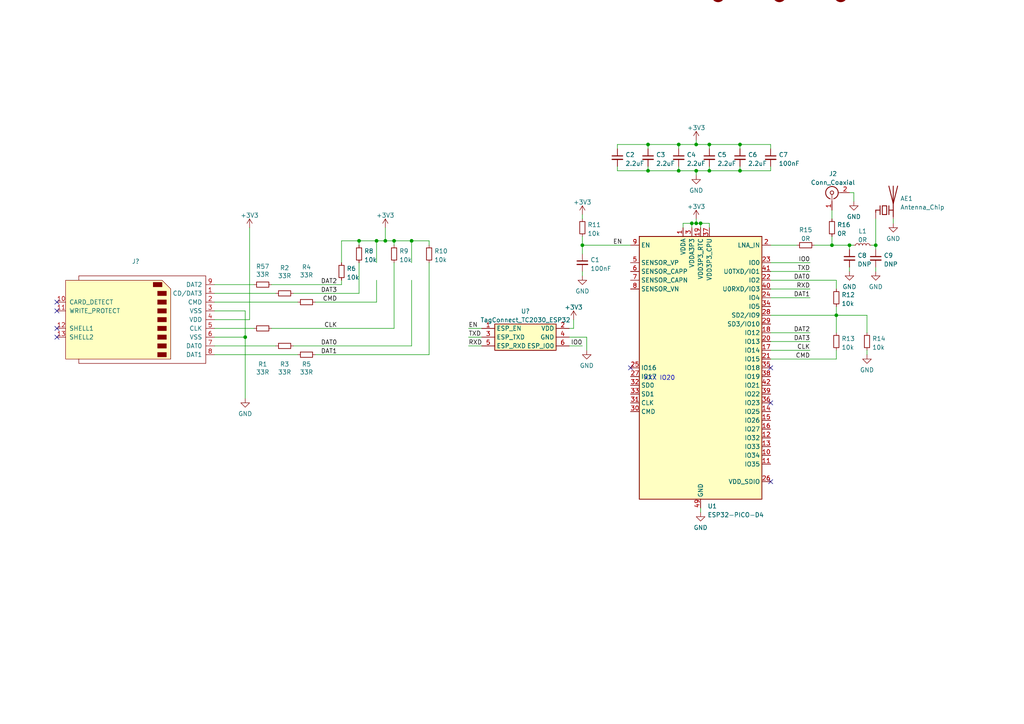
<source format=kicad_sch>
(kicad_sch (version 20211123) (generator eeschema)
  (paper "A4")
  (lib_symbols
    (symbol "Connector:Conn_Coaxial" (pin_names (offset 1.016) hide)
      (property "Reference" "J" (at 0.254 3.048 0))
      (property "Value" "Conn_Coaxial" (at 2.921 0 90))
      (symbol "Conn_Coaxial_0_1"
        (arc (start -1.778 -0.508) (mid 0.2311 -1.8066) (end 1.778 0) (stroke (width 0.254)))
        (polyline (pts (xy -2.54 0) (xy -0.508 0)))
        (polyline (pts (xy 0 -2.54) (xy 0 -1.778)))
        (circle (center 0 0) (radius 0.508) (stroke (width 0.2032)))
        (arc (start 1.778 0) (mid 0.2099 1.8101) (end -1.778 0.508) (stroke (width 0.254)))
      )
      (symbol "Conn_Coaxial_1_1"
        (pin passive line (at -5.08 0 0) (length 2.54) (name "In") (number "1"))
        (pin passive line (at 0 -5.08 90) (length 2.54) (name "Ext") (number "2"))
      )
    )
    (symbol "Connector:SD_Card" (pin_names (offset 1.016))
      (property "Reference" "J" (at -16.51 13.97 0))
      (property "Value" "SD_Card" (at 15.24 -13.97 0))
      (symbol "SD_Card_0_1"
        (rectangle (start -8.89 -9.525) (end -6.35 -10.795) (fill (type outline)))
        (rectangle (start -8.89 -6.985) (end -6.35 -8.255) (fill (type outline)))
        (rectangle (start -8.89 -4.445) (end -6.35 -5.715) (fill (type outline)))
        (rectangle (start -8.89 -1.905) (end -6.35 -3.175) (fill (type outline)))
        (rectangle (start -8.89 0.635) (end -6.35 -0.635) (fill (type outline)))
        (rectangle (start -8.89 3.175) (end -6.35 1.905) (fill (type outline)))
        (rectangle (start -8.89 5.715) (end -6.35 4.445) (fill (type outline)))
        (rectangle (start -8.89 8.255) (end -6.35 6.985) (fill (type outline)))
        (rectangle (start -7.62 10.795) (end -5.08 9.525) (fill (type outline)))
        (polyline (pts (xy -10.16 8.89) (xy -7.62 11.43) (xy 20.32 11.43) (xy 20.32 -11.43) (xy -10.16 -11.43) (xy -10.16 8.89)) (fill (type background)))
        (polyline (pts (xy 16.51 11.43) (xy 16.51 12.7) (xy -20.32 12.7) (xy -20.32 -12.7) (xy 16.51 -12.7) (xy 16.51 -11.43)))
      )
      (symbol "SD_Card_1_1"
        (pin input line (at -22.86 7.62 0) (length 2.54) (name "CD/DAT3") (number "1"))
        (pin input line (at 22.86 5.08 180) (length 2.54) (name "CARD_DETECT") (number "10"))
        (pin input line (at 22.86 2.54 180) (length 2.54) (name "WRITE_PROTECT") (number "11"))
        (pin input line (at 22.86 -2.54 180) (length 2.54) (name "SHELL1") (number "12"))
        (pin input line (at 22.86 -5.08 180) (length 2.54) (name "SHELL2") (number "13"))
        (pin input line (at -22.86 5.08 0) (length 2.54) (name "CMD") (number "2"))
        (pin power_in line (at -22.86 2.54 0) (length 2.54) (name "VSS") (number "3"))
        (pin power_in line (at -22.86 0 0) (length 2.54) (name "VDD") (number "4"))
        (pin input line (at -22.86 -2.54 0) (length 2.54) (name "CLK") (number "5"))
        (pin power_in line (at -22.86 -5.08 0) (length 2.54) (name "VSS") (number "6"))
        (pin input line (at -22.86 -7.62 0) (length 2.54) (name "DAT0") (number "7"))
        (pin input line (at -22.86 -10.16 0) (length 2.54) (name "DAT1") (number "8"))
        (pin input line (at -22.86 10.16 0) (length 2.54) (name "DAT2") (number "9"))
      )
    )
    (symbol "Connector_TagConnect:TagConnect_TC2030_ESP32"
      (property "Reference" "U" (at -7.62 5.08 0))
      (property "Value" "TagConnect_TC2030_ESP32" (at 0 -5.08 0))
      (symbol "TagConnect_TC2030_ESP32_1_1"
        (rectangle (start -8.89 3.81) (end 8.89 -3.81) (stroke (width 0.254)) (fill (type background)))
        (pin passive line (at -12.7 2.54 0) (length 3.81) (name "ESP_EN") (number "1"))
        (pin passive line (at 12.7 2.54 180) (length 3.81) (name "VDD") (number "2"))
        (pin passive line (at -12.7 0 0) (length 3.81) (name "ESP_TXD") (number "3"))
        (pin passive line (at 12.7 0 180) (length 3.81) (name "GND") (number "4"))
        (pin passive line (at -12.7 -2.54 0) (length 3.81) (name "ESP_RXD") (number "5"))
        (pin passive line (at 12.7 -2.54 180) (length 3.81) (name "ESP_IO0") (number "6"))
      )
    )
    (symbol "Device:Antenna_Chip" (pin_numbers hide) (pin_names (offset 1.016) hide)
      (property "Reference" "AE" (at 0 5.08 0))
      (property "Value" "Antenna_Chip" (at 0 3.175 0))
      (symbol "Antenna_Chip_0_1"
        (polyline (pts (xy -2.54 0) (xy -2.54 -0.635)) (stroke (width 0.254)))
        (polyline (pts (xy -2.54 0) (xy -1.27 0)) (stroke (width 0.254)))
        (polyline (pts (xy 1.27 0) (xy 2.54 0)) (stroke (width 0.254)))
        (polyline (pts (xy 1.27 1.27) (xy 1.27 -1.27)) (stroke (width 0.254)))
        (polyline (pts (xy 2.54 -0.635) (xy 2.54 0)))
        (polyline (pts (xy 2.54 6.985) (xy 2.54 -1.905)) (stroke (width 0.254)))
        (polyline (pts (xy -1.27 1.27) (xy -1.27 -1.27) (xy -1.27 0)) (stroke (width 0.254)))
        (polyline (pts (xy 3.81 6.985) (xy 2.54 1.905) (xy 1.27 6.985)) (stroke (width 0.254)))
        (polyline (pts (xy -0.635 1.27) (xy 0.635 1.27) (xy 0.635 -1.27) (xy -0.635 -1.27) (xy -0.635 1.27)) (stroke (width 0.254)))
      )
      (symbol "Antenna_Chip_1_1"
        (pin input line (at -2.54 -2.54 90) (length 2.54) (name "FEED") (number "1"))
        (pin passive line (at 2.54 -2.54 90) (length 2.54) (name "PCB_Trace") (number "2"))
      )
    )
    (symbol "Device:C_Small" (pin_numbers hide) (pin_names (offset 0.254) hide)
      (property "Reference" "C" (at 0.254 1.778 0))
      (property "Value" "C_Small" (at 0.254 -2.032 0))
      (symbol "C_Small_0_1"
        (polyline (pts (xy -1.524 -0.508) (xy 1.524 -0.508)) (stroke (width 0.3302)))
        (polyline (pts (xy -1.524 0.508) (xy 1.524 0.508)) (stroke (width 0.3048)))
      )
      (symbol "C_Small_1_1"
        (pin passive line (at 0 2.54 270) (length 2.032) (name "~") (number "1"))
        (pin passive line (at 0 -2.54 90) (length 2.032) (name "~") (number "2"))
      )
    )
    (symbol "Device:L_Small" (pin_numbers hide) (pin_names (offset 0.254) hide)
      (property "Reference" "L" (at 0.762 1.016 0))
      (property "Value" "L_Small" (at 0.762 -1.016 0))
      (symbol "L_Small_0_1"
        (arc (start 0 -2.032) (mid 0.508 -1.524) (end 0 -1.016))
        (arc (start 0 -1.016) (mid 0.508 -0.508) (end 0 0))
        (arc (start 0 0) (mid 0.508 0.508) (end 0 1.016))
        (arc (start 0 1.016) (mid 0.508 1.524) (end 0 2.032))
      )
      (symbol "L_Small_1_1"
        (pin passive line (at 0 2.54 270) (length 0.508) (name "~") (number "1"))
        (pin passive line (at 0 -2.54 90) (length 0.508) (name "~") (number "2"))
      )
    )
    (symbol "Device:R_Small" (pin_numbers hide) (pin_names (offset 0.254) hide)
      (property "Reference" "R" (at 0.762 0.508 0))
      (property "Value" "R_Small" (at 0.762 -1.016 0))
      (symbol "R_Small_0_1"
        (rectangle (start -0.762 1.778) (end 0.762 -1.778) (stroke (width 0.2032)))
      )
      (symbol "R_Small_1_1"
        (pin passive line (at 0 2.54 270) (length 0.762) (name "~") (number "1"))
        (pin passive line (at 0 -2.54 90) (length 0.762) (name "~") (number "2"))
      )
    )
    (symbol "Mechanical:MountingHole" (pin_names (offset 1.016))
      (property "Reference" "H" (at 0 5.08 0))
      (property "Value" "MountingHole" (at 0 3.175 0))
      (symbol "MountingHole_0_1"
        (circle (center 0 0) (radius 1.27) (stroke (width 1.27)))
      )
    )
    (symbol "RF_Module:ESP32-PICO-D4"
      (property "Reference" "U" (at -17.78 39.37 0))
      (property "Value" "ESP32-PICO-D4" (at 3.81 39.37 0))
      (symbol "ESP32-PICO-D4_0_0"
        (pin power_in line (at -5.08 40.64 270) (length 2.54) (name "VDDA") (number "1"))
        (pin input line (at 20.32 -25.4 180) (length 2.54) (name "IO34") (number "10"))
        (pin input line (at 20.32 -27.94 180) (length 2.54) (name "IO35") (number "11"))
        (pin bidirectional line (at 20.32 -20.32 180) (length 2.54) (name "IO32") (number "12"))
        (pin bidirectional line (at 20.32 -22.86 180) (length 2.54) (name "IO33") (number "13"))
        (pin bidirectional line (at 20.32 -12.7 180) (length 2.54) (name "IO25") (number "14"))
        (pin bidirectional line (at 20.32 -15.24 180) (length 2.54) (name "IO26") (number "15"))
        (pin bidirectional line (at 20.32 -17.78 180) (length 2.54) (name "IO27") (number "16"))
        (pin bidirectional line (at 20.32 5.08 180) (length 2.54) (name "IO14") (number "17"))
        (pin bidirectional line (at 20.32 10.16 180) (length 2.54) (name "IO12") (number "18"))
        (pin power_in line (at 0 40.64 270) (length 2.54) (name "VDD3P3_RTC") (number "19"))
        (pin bidirectional line (at 20.32 35.56 180) (length 2.54) (name "LNA_IN") (number "2"))
        (pin bidirectional line (at 20.32 7.62 180) (length 2.54) (name "IO13") (number "20"))
        (pin bidirectional line (at 20.32 2.54 180) (length 2.54) (name "IO15") (number "21"))
        (pin bidirectional line (at 20.32 25.4 180) (length 2.54) (name "IO2") (number "22"))
        (pin bidirectional line (at 20.32 30.48 180) (length 2.54) (name "IO0") (number "23"))
        (pin bidirectional line (at 20.32 20.32 180) (length 2.54) (name "IO4") (number "24"))
        (pin bidirectional line (at -20.32 0 0) (length 2.54) (name "IO16") (number "25"))
        (pin power_out line (at 20.32 -33.02 180) (length 2.54) (name "VDD_SDIO") (number "26"))
        (pin bidirectional line (at -20.32 -2.54 0) (length 2.54) (name "IO17") (number "27"))
        (pin bidirectional line (at 20.32 15.24 180) (length 2.54) (name "SD2/IO9") (number "28"))
        (pin bidirectional line (at 20.32 12.7 180) (length 2.54) (name "SD3/IO10") (number "29"))
        (pin power_in line (at -2.54 40.64 270) (length 2.54) (name "VDDA3P3") (number "3"))
        (pin bidirectional line (at -20.32 -12.7 0) (length 2.54) (name "CMD") (number "30"))
        (pin bidirectional line (at -20.32 -10.16 0) (length 2.54) (name "CLK") (number "31"))
        (pin bidirectional line (at -20.32 -5.08 0) (length 2.54) (name "SD0") (number "32"))
        (pin bidirectional line (at -20.32 -7.62 0) (length 2.54) (name "SD1") (number "33"))
        (pin bidirectional line (at 20.32 17.78 180) (length 2.54) (name "IO5") (number "34"))
        (pin bidirectional line (at 20.32 0 180) (length 2.54) (name "IO18") (number "35"))
        (pin bidirectional line (at 20.32 -10.16 180) (length 2.54) (name "IO23") (number "36"))
        (pin power_in line (at 2.54 40.64 270) (length 2.54) (name "VDD3P3_CPU") (number "37"))
        (pin bidirectional line (at 20.32 -2.54 180) (length 2.54) (name "IO19") (number "38"))
        (pin bidirectional line (at 20.32 -7.62 180) (length 2.54) (name "IO22") (number "39"))
        (pin passive line (at -2.54 40.64 270) (length 2.54) hide (name "VDDA3P3") (number "4"))
        (pin bidirectional line (at 20.32 22.86 180) (length 2.54) (name "U0RXD/IO3") (number "40"))
        (pin bidirectional line (at 20.32 27.94 180) (length 2.54) (name "U0TXD/IO1") (number "41"))
        (pin bidirectional line (at 20.32 -5.08 180) (length 2.54) (name "IO21") (number "42"))
        (pin passive line (at -5.08 40.64 270) (length 2.54) hide (name "VDDA") (number "43"))
        (pin no_connect line (at -17.78 -25.4 0) (length 2.54) hide (name "XTAL_N_NC") (number "44"))
        (pin no_connect line (at -17.78 -27.94 0) (length 2.54) hide (name "XTAL_P_NC") (number "45"))
        (pin passive line (at -5.08 40.64 270) (length 2.54) hide (name "VDDA") (number "46"))
        (pin no_connect line (at -17.78 -30.48 0) (length 2.54) hide (name "CAP2_NC") (number "47"))
        (pin no_connect line (at -17.78 -33.02 0) (length 2.54) hide (name "CAP1_NC") (number "48"))
        (pin power_in line (at 0 -40.64 90) (length 2.54) (name "GND") (number "49"))
        (pin input line (at -20.32 30.48 0) (length 2.54) (name "SENSOR_VP") (number "5"))
        (pin input line (at -20.32 27.94 0) (length 2.54) (name "SENSOR_CAPP") (number "6"))
        (pin input line (at -20.32 25.4 0) (length 2.54) (name "SENSOR_CAPN") (number "7"))
        (pin input line (at -20.32 22.86 0) (length 2.54) (name "SENSOR_VN") (number "8"))
        (pin input line (at -20.32 35.56 0) (length 2.54) (name "EN") (number "9"))
      )
      (symbol "ESP32-PICO-D4_0_1"
        (rectangle (start -17.78 38.1) (end 17.78 -38.1) (stroke (width 0.254)) (fill (type background)))
      )
    )
    (symbol "power:+3V3" (power) (pin_names (offset 0))
      (property "Value" "+3V3" (at 0 3.556 0))
      (symbol "+3V3_0_1"
        (polyline (pts (xy -0.762 1.27) (xy 0 2.54)))
        (polyline (pts (xy 0 0) (xy 0 2.54)))
        (polyline (pts (xy 0 2.54) (xy 0.762 1.27)))
      )
      (symbol "+3V3_1_1"
        (pin power_in line (at 0 0 90) (length 0) hide (name "+3V3") (number "1"))
      )
    )
    (symbol "power:GND" (power) (pin_names (offset 0))
      (property "Value" "GND" (at 0 -3.81 0))
      (symbol "GND_0_1"
        (polyline (pts (xy 0 0) (xy 0 -1.27) (xy 1.27 -1.27) (xy 0 -2.54) (xy -1.27 -1.27) (xy 0 -1.27)))
      )
      (symbol "GND_1_1"
        (pin power_in line (at 0 0 270) (length 0) hide (name "GND") (number "1"))
      )
    )
  )
  (junction (at 196.85 41.91))
  (junction (at 109.22 69.85))
  (junction (at 214.63 49.53))
  (junction (at 205.74 41.91))
  (junction (at 119.38 69.85))
  (junction (at 205.74 49.53))
  (junction (at 246.38 71.12))
  (junction (at 201.93 41.91))
  (junction (at 201.93 64.77))
  (junction (at 168.91 71.12))
  (junction (at 71.12 97.79))
  (junction (at 241.3 71.12))
  (junction (at 254 71.12))
  (junction (at 187.96 49.53))
  (junction (at 104.14 69.85))
  (junction (at 196.85 49.53))
  (junction (at 201.93 49.53))
  (junction (at 242.57 91.44))
  (junction (at 203.2 64.77))
  (junction (at 114.3 69.85))
  (junction (at 111.76 69.85))
  (junction (at 187.96 41.91))
  (junction (at 200.66 64.77))
  (junction (at 214.63 41.91))
  (no_connect (at 182.88 106.68))
  (no_connect (at 223.52 106.68))
  (no_connect (at 16.51 87.63))
  (no_connect (at 16.51 90.17))
  (no_connect (at 223.52 139.7))
  (no_connect (at 16.51 95.25))
  (no_connect (at 16.51 97.79))
  (no_connect (at 223.52 116.84))
  (wire (pts (xy 135.89 100.33) (xy 139.7 100.33)))
  (wire (pts (xy 247.65 58.42) (xy 247.65 55.88)))
  (wire (pts (xy 71.12 97.79) (xy 71.12 115.57)))
  (wire (pts (xy 187.96 48.26) (xy 187.96 49.53)))
  (wire (pts (xy 223.52 81.28) (xy 242.57 81.28)))
  (wire (pts (xy 205.74 64.77) (xy 205.74 66.04)))
  (wire (pts (xy 205.74 49.53) (xy 214.63 49.53)))
  (wire (pts (xy 170.18 101.6) (xy 170.18 97.79)))
  (wire (pts (xy 62.23 87.63) (xy 86.36 87.63)))
  (wire (pts (xy 252.73 71.12) (xy 254 71.12)))
  (wire (pts (xy 203.2 147.32) (xy 203.2 148.59)))
  (wire (pts (xy 187.96 49.53) (xy 179.07 49.53)))
  (wire (pts (xy 254 63.5) (xy 254 71.12)))
  (wire (pts (xy 91.44 87.63) (xy 109.22 87.63)))
  (wire (pts (xy 85.09 100.33) (xy 119.38 100.33)))
  (wire (pts (xy 201.93 49.53) (xy 196.85 49.53)))
  (wire (pts (xy 223.52 96.52) (xy 234.95 96.52)))
  (wire (pts (xy 214.63 49.53) (xy 223.52 49.53)))
  (wire (pts (xy 62.23 82.55) (xy 73.66 82.55)))
  (wire (pts (xy 166.37 95.25) (xy 165.1 95.25)))
  (wire (pts (xy 251.46 91.44) (xy 251.46 96.52)))
  (wire (pts (xy 119.38 81.28) (xy 119.38 100.33)))
  (wire (pts (xy 254 72.39) (xy 254 71.12)))
  (wire (pts (xy 168.91 68.58) (xy 168.91 71.12)))
  (wire (pts (xy 114.3 69.85) (xy 119.38 69.85)))
  (wire (pts (xy 187.96 41.91) (xy 179.07 41.91)))
  (wire (pts (xy 111.76 69.85) (xy 114.3 69.85)))
  (wire (pts (xy 203.2 66.04) (xy 203.2 64.77)))
  (wire (pts (xy 242.57 88.9) (xy 242.57 91.44)))
  (wire (pts (xy 124.46 69.85) (xy 124.46 71.12)))
  (wire (pts (xy 104.14 69.85) (xy 104.14 71.12)))
  (wire (pts (xy 254 77.47) (xy 254 78.74)))
  (wire (pts (xy 223.52 78.74) (xy 234.95 78.74)))
  (wire (pts (xy 259.08 63.5) (xy 259.08 64.77)))
  (wire (pts (xy 251.46 101.6) (xy 251.46 102.87)))
  (wire (pts (xy 201.93 63.5) (xy 201.93 64.77)))
  (wire (pts (xy 109.22 69.85) (xy 109.22 76.2)))
  (wire (pts (xy 168.91 78.74) (xy 168.91 80.01)))
  (wire (pts (xy 223.52 86.36) (xy 234.95 86.36)))
  (wire (pts (xy 200.66 64.77) (xy 198.12 64.77)))
  (wire (pts (xy 242.57 91.44) (xy 251.46 91.44)))
  (wire (pts (xy 223.52 41.91) (xy 223.52 43.18)))
  (wire (pts (xy 111.76 66.04) (xy 111.76 69.85)))
  (wire (pts (xy 91.44 102.87) (xy 124.46 102.87)))
  (wire (pts (xy 85.09 85.09) (xy 104.14 85.09)))
  (wire (pts (xy 214.63 41.91) (xy 223.52 41.91)))
  (wire (pts (xy 205.74 41.91) (xy 214.63 41.91)))
  (wire (pts (xy 114.3 69.85) (xy 114.3 71.12)))
  (wire (pts (xy 242.57 101.6) (xy 242.57 104.14)))
  (wire (pts (xy 124.46 76.2) (xy 124.46 102.87)))
  (wire (pts (xy 247.65 55.88) (xy 246.38 55.88)))
  (wire (pts (xy 198.12 64.77) (xy 198.12 66.04)))
  (wire (pts (xy 187.96 41.91) (xy 187.96 43.18)))
  (wire (pts (xy 99.06 82.55) (xy 99.06 81.28)))
  (wire (pts (xy 201.93 41.91) (xy 196.85 41.91)))
  (wire (pts (xy 201.93 64.77) (xy 200.66 64.77)))
  (wire (pts (xy 168.91 71.12) (xy 182.88 71.12)))
  (wire (pts (xy 205.74 49.53) (xy 201.93 49.53)))
  (wire (pts (xy 205.74 41.91) (xy 205.74 43.18)))
  (wire (pts (xy 109.22 69.85) (xy 104.14 69.85)))
  (wire (pts (xy 114.3 95.25) (xy 114.3 76.2)))
  (wire (pts (xy 236.22 71.12) (xy 241.3 71.12)))
  (wire (pts (xy 62.23 100.33) (xy 80.01 100.33)))
  (wire (pts (xy 214.63 41.91) (xy 214.63 43.18)))
  (wire (pts (xy 99.06 69.85) (xy 99.06 76.2)))
  (wire (pts (xy 62.23 97.79) (xy 71.12 97.79)))
  (wire (pts (xy 214.63 49.53) (xy 214.63 48.26)))
  (wire (pts (xy 246.38 71.12) (xy 247.65 71.12)))
  (wire (pts (xy 111.76 69.85) (xy 109.22 69.85)))
  (wire (pts (xy 203.2 64.77) (xy 201.93 64.77)))
  (wire (pts (xy 170.18 97.79) (xy 165.1 97.79)))
  (wire (pts (xy 165.1 100.33) (xy 168.91 100.33)))
  (wire (pts (xy 71.12 90.17) (xy 62.23 90.17)))
  (wire (pts (xy 203.2 64.77) (xy 205.74 64.77)))
  (wire (pts (xy 246.38 71.12) (xy 246.38 72.39)))
  (wire (pts (xy 62.23 92.71) (xy 72.39 92.71)))
  (wire (pts (xy 241.3 71.12) (xy 246.38 71.12)))
  (wire (pts (xy 223.52 71.12) (xy 231.14 71.12)))
  (wire (pts (xy 179.07 41.91) (xy 179.07 43.18)))
  (wire (pts (xy 166.37 92.71) (xy 166.37 95.25)))
  (wire (pts (xy 109.22 87.63) (xy 109.22 81.28)))
  (wire (pts (xy 62.23 85.09) (xy 80.01 85.09)))
  (wire (pts (xy 241.3 68.58) (xy 241.3 71.12)))
  (wire (pts (xy 223.52 101.6) (xy 234.95 101.6)))
  (wire (pts (xy 223.52 99.06) (xy 234.95 99.06)))
  (wire (pts (xy 223.52 49.53) (xy 223.52 48.26)))
  (wire (pts (xy 62.23 102.87) (xy 86.36 102.87)))
  (wire (pts (xy 246.38 77.47) (xy 246.38 78.74)))
  (wire (pts (xy 168.91 62.23) (xy 168.91 63.5)))
  (wire (pts (xy 135.89 97.79) (xy 139.7 97.79)))
  (wire (pts (xy 104.14 76.2) (xy 104.14 85.09)))
  (wire (pts (xy 223.52 104.14) (xy 242.57 104.14)))
  (wire (pts (xy 168.91 71.12) (xy 168.91 73.66)))
  (wire (pts (xy 78.74 82.55) (xy 99.06 82.55)))
  (wire (pts (xy 223.52 83.82) (xy 234.95 83.82)))
  (wire (pts (xy 242.57 81.28) (xy 242.57 83.82)))
  (wire (pts (xy 223.52 91.44) (xy 242.57 91.44)))
  (wire (pts (xy 104.14 69.85) (xy 99.06 69.85)))
  (wire (pts (xy 196.85 49.53) (xy 187.96 49.53)))
  (wire (pts (xy 205.74 48.26) (xy 205.74 49.53)))
  (wire (pts (xy 241.3 60.96) (xy 241.3 63.5)))
  (wire (pts (xy 72.39 92.71) (xy 72.39 66.04)))
  (wire (pts (xy 223.52 76.2) (xy 234.95 76.2)))
  (wire (pts (xy 201.93 50.8) (xy 201.93 49.53)))
  (wire (pts (xy 196.85 41.91) (xy 187.96 41.91)))
  (wire (pts (xy 71.12 90.17) (xy 71.12 97.79)))
  (wire (pts (xy 205.74 41.91) (xy 201.93 41.91)))
  (wire (pts (xy 78.74 95.25) (xy 114.3 95.25)))
  (wire (pts (xy 196.85 48.26) (xy 196.85 49.53)))
  (wire (pts (xy 242.57 91.44) (xy 242.57 96.52)))
  (wire (pts (xy 196.85 41.91) (xy 196.85 43.18)))
  (wire (pts (xy 135.89 95.25) (xy 139.7 95.25)))
  (wire (pts (xy 179.07 49.53) (xy 179.07 48.26)))
  (wire (pts (xy 62.23 95.25) (xy 73.66 95.25)))
  (wire (pts (xy 119.38 69.85) (xy 124.46 69.85)))
  (wire (pts (xy 201.93 40.64) (xy 201.93 41.91)))
  (wire (pts (xy 119.38 69.85) (xy 119.38 76.2)))
  (wire (pts (xy 200.66 64.77) (xy 200.66 66.04)))
  (text "XXX IO20" (at 186.69 110.49 0) (effects (font (size 1.27 1.27)) (justify left bottom)))
  (label "EN" (at 135.89 95.25 0))
  (label "CMD" (at 234.95 104.14 180))
  (label "DAT2" (at 97.79 82.55 180))
  (label "DAT2" (at 234.95 96.52 180))
  (label "DAT1" (at 234.95 86.36 180))
  (label "TXD" (at 135.89 97.79 0))
  (label "IO0" (at 168.91 100.33 180))
  (label "DAT3" (at 234.95 99.06 180))
  (label "CLK" (at 97.79 95.25 180))
  (label "DAT3" (at 97.79 85.09 180))
  (label "CMD" (at 97.79 87.63 180))
  (label "CLK" (at 234.95 101.6 180))
  (label "TXD" (at 234.95 78.74 180))
  (label "DAT0" (at 97.79 100.33 180))
  (label "DAT1" (at 97.79 102.87 180))
  (label "RXD" (at 135.89 100.33 0))
  (label "DAT0" (at 234.95 81.28 180))
  (label "IO0" (at 234.95 76.2 180))
  (label "EN" (at 177.8 71.12 0))
  (label "RXD" (at 234.95 83.82 180))
  (symbol (lib_id "Device:R_Small") (at 76.2 82.55 270) (unit 1)
    (property "Reference" "R57" (at 76.2 77.2922 90))
    (property "Value" "33R" (at 76.2 79.6036 90))
    (property "Footprint" "Resistor_SMD:R_0402_1005Metric" (effects hide))
    (property "LCSC" "C25105" (effects hide))
  )
  (symbol (lib_id "Connector:SD_Card") (at 39.37 92.71 0) (mirror y) (unit 1)
    (property "Reference" "J?" (at 39.37 75.819 0))
    (property "Datasheet" "http://portal.fciconnect.com/Comergent//fci/drawing/10067847.pdf" (effects hide))
  )
  (symbol (lib_id "Mechanical:MountingHole") (at 208.28 -31.75 0) (unit 1)
    (property "Reference" "H5" (at 210.82 -32.9184 0) (effects (justify left)))
  )
  (symbol (lib_id "Mechanical:MountingHole") (at 226.06 -31.75 0) (unit 1)
    (property "Reference" "H10" (at 228.6 -32.9184 0) (effects (justify left)))
  )
  (symbol (lib_id "Mechanical:MountingHole") (at 243.84 -31.75 0) (unit 1)
    (property "Reference" "H15" (at 246.38 -32.9184 0) (effects (justify left)))
  )
  (symbol (lib_id "Mechanical:MountingHole") (at 208.28 -36.83 0) (unit 1)
    (property "Reference" "H4" (at 210.82 -37.9984 0) (effects (justify left)))
  )
  (symbol (lib_id "Mechanical:MountingHole") (at 226.06 -36.83 0) (unit 1)
    (property "Reference" "H9" (at 228.6 -37.9984 0) (effects (justify left)))
  )
  (symbol (lib_id "Mechanical:MountingHole") (at 243.84 -36.83 0) (unit 1)
    (property "Reference" "H14" (at 246.38 -37.9984 0) (effects (justify left)))
  )
  (symbol (lib_id "Mechanical:MountingHole") (at 208.28 -41.91 0) (unit 1)
    (property "Reference" "H3" (at 210.82 -43.0784 0) (effects (justify left)))
  )
  (symbol (lib_id "Mechanical:MountingHole") (at 226.06 -41.91 0) (unit 1)
    (property "Reference" "H8" (at 228.6 -43.0784 0) (effects (justify left)))
  )
  (symbol (lib_id "Mechanical:MountingHole") (at 243.84 -41.91 0) (unit 1)
    (property "Reference" "H13" (at 246.38 -43.0784 0) (effects (justify left)))
  )
  (symbol (lib_id "Mechanical:MountingHole") (at 208.28 -46.99 0) (unit 1)
    (property "Reference" "H2" (at 210.82 -48.1584 0) (effects (justify left)))
  )
  (symbol (lib_id "Mechanical:MountingHole") (at 226.06 -46.99 0) (unit 1)
    (property "Reference" "H7" (at 228.6 -48.1584 0) (effects (justify left)))
  )
  (symbol (lib_id "Mechanical:MountingHole") (at 243.84 -46.99 0) (unit 1)
    (property "Reference" "H12" (at 246.38 -48.1584 0) (effects (justify left)))
  )
  (symbol (lib_id "Mechanical:MountingHole") (at 208.28 -52.07 0) (unit 1)
    (property "Reference" "H1" (at 210.82 -53.2384 0) (effects (justify left)))
  )
  (symbol (lib_id "Mechanical:MountingHole") (at 226.06 -52.07 0) (unit 1)
    (property "Reference" "H6" (at 228.6 -53.2384 0) (effects (justify left)))
  )
  (symbol (lib_id "Mechanical:MountingHole") (at 243.84 -52.07 0) (unit 1)
    (property "Reference" "H11" (at 246.38 -53.2384 0) (effects (justify left)))
  )
  (symbol (lib_id "Mechanical:MountingHole") (at 208.28 -1.27 0) (unit 1)
    (property "Reference" "H20" (at 210.82 -2.4384 0) (effects (justify left)))
  )
  (symbol (lib_id "Mechanical:MountingHole") (at 226.06 -1.27 0) (unit 1)
    (property "Reference" "H25" (at 228.6 -2.4384 0) (effects (justify left)))
  )
  (symbol (lib_id "Mechanical:MountingHole") (at 243.84 -1.27 0) (unit 1)
    (property "Reference" "H30" (at 246.38 -2.4384 0) (effects (justify left)))
  )
  (symbol (lib_id "Mechanical:MountingHole") (at 208.28 -6.35 0) (unit 1)
    (property "Reference" "H19" (at 210.82 -7.5184 0) (effects (justify left)))
  )
  (symbol (lib_id "Mechanical:MountingHole") (at 226.06 -6.35 0) (unit 1)
    (property "Reference" "H24" (at 228.6 -7.5184 0) (effects (justify left)))
  )
  (symbol (lib_id "Mechanical:MountingHole") (at 243.84 -6.35 0) (unit 1)
    (property "Reference" "H29" (at 246.38 -7.5184 0) (effects (justify left)))
  )
  (symbol (lib_id "Mechanical:MountingHole") (at 208.28 -11.43 0) (unit 1)
    (property "Reference" "H18" (at 210.82 -12.5984 0) (effects (justify left)))
  )
  (symbol (lib_id "Mechanical:MountingHole") (at 226.06 -11.43 0) (unit 1)
    (property "Reference" "H23" (at 228.6 -12.5984 0) (effects (justify left)))
  )
  (symbol (lib_id "Mechanical:MountingHole") (at 243.84 -11.43 0) (unit 1)
    (property "Reference" "H28" (at 246.38 -12.5984 0) (effects (justify left)))
  )
  (symbol (lib_id "Mechanical:MountingHole") (at 208.28 -16.51 0) (unit 1)
    (property "Reference" "H17" (at 210.82 -17.6784 0) (effects (justify left)))
  )
  (symbol (lib_id "Mechanical:MountingHole") (at 226.06 -16.51 0) (unit 1)
    (property "Reference" "H22" (at 228.6 -17.6784 0) (effects (justify left)))
  )
  (symbol (lib_id "Mechanical:MountingHole") (at 243.84 -16.51 0) (unit 1)
    (property "Reference" "H27" (at 246.38 -17.6784 0) (effects (justify left)))
  )
  (symbol (lib_id "Mechanical:MountingHole") (at 208.28 -21.59 0) (unit 1)
    (property "Reference" "H16" (at 210.82 -22.7584 0) (effects (justify left)))
  )
  (symbol (lib_id "Mechanical:MountingHole") (at 226.06 -21.59 0) (unit 1)
    (property "Reference" "H21" (at 228.6 -22.7584 0) (effects (justify left)))
  )
  (symbol (lib_id "Mechanical:MountingHole") (at 243.84 -21.59 0) (unit 1)
    (property "Reference" "H26" (at 246.38 -22.7584 0) (effects (justify left)))
  )
  (symbol (lib_id "power:GND") (at 259.08 64.77 0) (unit 1)
    (property "Reference" "#PWR0111" (effects hide))
    (property "Value" "GND" (at 259.08 69.2134 0))
  )
  (symbol (lib_id "Device:R_Small") (at 242.57 86.36 0) (unit 1)
    (property "Reference" "R12" (at 244.0686 85.5253 0) (effects (justify left)))
    (property "Value" "10k" (at 244.0686 88.0622 0) (effects (justify left)))
    (property "Footprint" "Resistor_SMD:R_0402_1005Metric" (effects hide))
    (property "LCSC" "C25744" (effects hide))
  )
  (symbol (lib_id "power:GND") (at 168.91 80.01 0) (unit 1)
    (property "Reference" "#PWR0105" (effects hide))
    (property "Value" "GND" (at 168.91 84.4534 0))
  )
  (symbol (lib_id "power:GND") (at 203.2 148.59 0) (unit 1)
    (property "Reference" "#PWR0106" (effects hide))
    (property "Value" "GND" (at 203.2 153.0334 0))
  )
  (symbol (lib_id "Device:R_Small") (at 88.9 87.63 270) (unit 1)
    (property "Reference" "R4" (at 88.9 77.47 90))
    (property "Value" "33R" (at 88.9 79.7814 90))
    (property "Footprint" "Resistor_SMD:R_0402_1005Metric" (effects hide))
    (property "LCSC" "C25105" (effects hide))
  )
  (symbol (lib_id "power:+3V3") (at 201.93 40.64 0) (unit 1)
    (property "Reference" "#PWR0107" (effects hide))
    (property "Value" "+3V3" (at 201.93 37.0642 0))
  )
  (symbol (lib_id "Device:C_Small") (at 254 74.93 0) (unit 1) (in_bom no)
    (property "Reference" "C9" (at 256.3241 74.1016 0) (effects (justify left)))
    (property "Value" "DNP" (at 256.3241 76.6385 0) (effects (justify left)))
    (property "Footprint" "Capacitor_SMD:C_0402_1005Metric" (effects hide))
  )
  (symbol (lib_id "power:GND") (at 71.12 115.57 0) (unit 1)
    (property "Reference" "#PWR0102" (effects hide))
    (property "Value" "GND" (at 71.12 120.0134 0))
  )
  (symbol (lib_id "Connector_TagConnect:TagConnect_TC2030_ESP32") (at 152.4 97.79 0) (unit 1)
    (property "Reference" "U?" (at 152.4 90.2802 0))
    (property "Value" "TagConnect_TC2030_ESP32" (at 152.4 92.8171 0))
    (property "Footprint" "Connector:Tag-Connect_TC2030-IDC-NL_2x03_P1.27mm_Vertical" (effects hide))
  )
  (symbol (lib_id "Device:C_Small") (at 168.91 76.2 0) (unit 1)
    (property "Reference" "C1" (at 171.2341 75.3716 0) (effects (justify left)))
    (property "Value" "100nF" (at 171.2341 77.9085 0) (effects (justify left)))
    (property "Footprint" "Capacitor_SMD:C_0402_1005Metric" (effects hide))
    (property "LSCSC" "C1525" (effects hide))
  )
  (symbol (lib_id "Device:C_Small") (at 179.07 45.72 0) (unit 1)
    (property "Reference" "C2" (at 181.3941 44.8916 0) (effects (justify left)))
    (property "Value" "2.2uF" (at 181.3941 47.4285 0) (effects (justify left)))
    (property "Footprint" "Capacitor_SMD:C_0402_1005Metric" (effects hide))
    (property "LSCSC" "C12530" (effects hide))
  )
  (symbol (lib_id "Device:L_Small") (at 250.19 71.12 90) (unit 1)
    (property "Reference" "L1" (at 250.19 67.0392 90))
    (property "Value" "0R" (at 250.19 69.5761 90))
    (property "Footprint" "Inductor_SMD:L_0402_1005Metric" (effects hide))
    (property "LCSC" "C17168" (effects hide))
  )
  (symbol (lib_id "power:+3V3") (at 201.93 63.5 0) (unit 1)
    (property "Reference" "#PWR0108" (effects hide))
    (property "Value" "+3V3" (at 201.93 59.9242 0))
  )
  (symbol (lib_id "Device:C_Small") (at 246.38 74.93 0) (unit 1) (in_bom no)
    (property "Reference" "C8" (at 248.7041 74.1016 0) (effects (justify left)))
    (property "Value" "DNP" (at 248.7041 76.6385 0) (effects (justify left)))
    (property "Footprint" "Capacitor_SMD:C_0402_1005Metric" (effects hide))
  )
  (symbol (lib_id "power:GND") (at 246.38 78.74 0) (unit 1)
    (property "Reference" "#PWR0113" (effects hide))
    (property "Value" "GND" (at 246.38 83.1834 0))
  )
  (symbol (lib_id "Device:R_Small") (at 242.57 99.06 0) (unit 1)
    (property "Reference" "R13" (at 244.0686 98.2253 0) (effects (justify left)))
    (property "Value" "10k" (at 244.0686 100.7622 0) (effects (justify left)))
    (property "Footprint" "Resistor_SMD:R_0402_1005Metric" (effects hide))
    (property "LCSC" "C25744" (effects hide))
  )
  (symbol (lib_id "Device:C_Small") (at 196.85 45.72 0) (unit 1)
    (property "Reference" "C4" (at 199.1741 44.8916 0) (effects (justify left)))
    (property "Value" "2.2uF" (at 199.1741 47.4285 0) (effects (justify left)))
    (property "Footprint" "Capacitor_SMD:C_0402_1005Metric" (effects hide))
    (property "LSCSC" "C12530" (effects hide))
  )
  (symbol (lib_id "power:GND") (at 254 78.74 0) (unit 1)
    (property "Reference" "#PWR0112" (effects hide))
    (property "Value" "GND" (at 254 83.1834 0))
  )
  (symbol (lib_id "Device:R_Small") (at 251.46 99.06 0) (unit 1)
    (property "Reference" "R14" (at 252.9586 98.2253 0) (effects (justify left)))
    (property "Value" "10k" (at 252.9586 100.7622 0) (effects (justify left)))
    (property "Footprint" "Resistor_SMD:R_0402_1005Metric" (effects hide))
    (property "LCSC" "C25744" (effects hide))
  )
  (symbol (lib_id "power:GND") (at 251.46 102.87 0) (unit 1)
    (property "Reference" "#PWR0103" (effects hide))
    (property "Value" "GND" (at 251.46 107.3134 0))
  )
  (symbol (lib_id "power:GND") (at 247.65 58.42 0) (unit 1)
    (property "Reference" "#PWR0114" (effects hide))
    (property "Value" "GND" (at 247.65 62.8634 0))
  )
  (symbol (lib_id "Device:R_Small") (at 88.9 102.87 270) (unit 1)
    (property "Reference" "R5" (at 88.9 105.6386 90))
    (property "Value" "33R" (at 88.9 107.95 90))
    (property "Footprint" "Resistor_SMD:R_0402_1005Metric" (effects hide))
    (property "LCSC" "C25105" (effects hide))
  )
  (symbol (lib_id "power:GND") (at 170.18 101.6 0) (unit 1)
    (property "Reference" "#PWR0116" (effects hide))
    (property "Value" "GND" (at 170.18 106.0434 0))
  )
  (symbol (lib_id "Device:R_Small") (at 99.06 78.74 0) (unit 1)
    (property "Reference" "R6" (at 100.5586 77.9053 0) (effects (justify left)))
    (property "Value" "10k" (at 100.5586 80.4422 0) (effects (justify left)))
    (property "Footprint" "Resistor_SMD:R_0402_1005Metric" (effects hide))
    (property "LCSC" "C25744" (effects hide))
  )
  (symbol (lib_id "RF_Module:ESP32-PICO-D4") (at 203.2 106.68 0) (unit 1)
    (property "Reference" "U1" (at 205.2194 146.8104 0) (effects (justify left)))
    (property "Value" "ESP32-PICO-D4" (at 205.2194 149.3473 0) (effects (justify left)))
    (property "Footprint" "Package_DFN_QFN:QFN-48-1EP_7x7mm_P0.5mm_EP5.3x5.3mm" (effects hide))
    (property "Datasheet" "https://www.espressif.com/sites/default/files/documentation/esp32-pico-d4_datasheet_en.pdf" (effects hide))
    (property "LCSC" "C967022" (effects hide))
  )
  (symbol (lib_id "power:+3V3") (at 168.91 62.23 0) (unit 1)
    (property "Reference" "#PWR0110" (effects hide))
    (property "Value" "+3V3" (at 168.91 58.6542 0))
  )
  (symbol (lib_id "power:GND") (at 201.93 50.8 0) (unit 1)
    (property "Reference" "#PWR0109" (effects hide))
    (property "Value" "GND" (at 201.93 55.2434 0))
  )
  (symbol (lib_id "power:+3V3") (at 72.39 66.04 0) (unit 1)
    (property "Reference" "#PWR0101" (effects hide))
    (property "Value" "+3V3" (at 72.39 62.4642 0))
  )
  (symbol (lib_id "Device:R_Small") (at 104.14 73.66 0) (unit 1)
    (property "Reference" "R8" (at 105.6386 72.8253 0) (effects (justify left)))
    (property "Value" "10k" (at 105.6386 75.3622 0) (effects (justify left)))
    (property "Footprint" "Resistor_SMD:R_0402_1005Metric" (effects hide))
    (property "LCSC" "C25744" (effects hide))
  )
  (symbol (lib_id "Device:R_Small") (at 233.68 71.12 90) (unit 1)
    (property "Reference" "R15" (at 233.68 66.6836 90))
    (property "Value" "0R" (at 233.68 69.2205 90))
    (property "Footprint" "Resistor_SMD:R_0402_1005Metric" (effects hide))
    (property "LCSC" "C17168" (effects hide))
  )
  (symbol (lib_id "Device:C_Small") (at 214.63 45.72 0) (unit 1)
    (property "Reference" "C6" (at 216.9541 44.8916 0) (effects (justify left)))
    (property "Value" "2.2uF" (at 216.9541 47.4285 0) (effects (justify left)))
    (property "Footprint" "Capacitor_SMD:C_0402_1005Metric" (effects hide))
    (property "LSCSC" "C12530" (effects hide))
  )
  (symbol (lib_id "Device:R_Small") (at 114.3 73.66 0) (unit 1)
    (property "Reference" "R9" (at 115.7986 72.8253 0) (effects (justify left)))
    (property "Value" "10k" (at 115.7986 75.3622 0) (effects (justify left)))
    (property "Footprint" "Resistor_SMD:R_0402_1005Metric" (effects hide))
    (property "LCSC" "C25744" (effects hide))
  )
  (symbol (lib_id "power:+3V3") (at 111.76 66.04 0) (unit 1)
    (property "Reference" "#PWR0104" (effects hide))
    (property "Value" "+3V3" (at 111.76 62.4642 0))
  )
  (symbol (lib_id "Connector:Conn_Coaxial") (at 241.3 55.88 90) (unit 1)
    (property "Reference" "J2" (at 241.5932 50.4021 90))
    (property "Value" "Conn_Coaxial" (at 241.5932 52.939 90))
    (property "Footprint" "Connector_Coaxial:U.FL_Hirose_U.FL-R-SMT-1_Vertical" (effects hide))
    (property "Datasheet" " ~" (effects hide))
  )
  (symbol (lib_id "Device:R_Small") (at 168.91 66.04 0) (unit 1)
    (property "Reference" "R11" (at 170.4086 65.2053 0) (effects (justify left)))
    (property "Value" "10k" (at 170.4086 67.7422 0) (effects (justify left)))
    (property "Footprint" "Resistor_SMD:R_0402_1005Metric" (effects hide))
    (property "LCSC" "C25744" (effects hide))
  )
  (symbol (lib_id "Device:R_Small") (at 76.2 95.25 270) (unit 1)
    (property "Reference" "R1" (at 76.2 105.6386 90))
    (property "Value" "33R" (at 76.2 107.95 90))
    (property "Footprint" "Resistor_SMD:R_0402_1005Metric" (effects hide))
    (property "LCSC" "C25105" (effects hide))
  )
  (symbol (lib_id "Device:C_Small") (at 223.52 45.72 0) (unit 1)
    (property "Reference" "C7" (at 225.8441 44.8916 0) (effects (justify left)))
    (property "Value" "100nF" (at 225.8441 47.4285 0) (effects (justify left)))
    (property "Footprint" "Capacitor_SMD:C_0402_1005Metric" (effects hide))
    (property "LSCSC" "C1525" (effects hide))
  )
  (symbol (lib_id "Device:R_Small") (at 82.55 85.09 270) (unit 1)
    (property "Reference" "R2" (at 82.55 77.6986 90))
    (property "Value" "33R" (at 82.55 80.01 90))
    (property "Footprint" "Resistor_SMD:R_0402_1005Metric" (effects hide))
    (property "LCSC" "C25105" (effects hide))
  )
  (symbol (lib_id "Device:R_Small") (at 124.46 73.66 0) (unit 1)
    (property "Reference" "R10" (at 125.9586 72.8253 0) (effects (justify left)))
    (property "Value" "10k" (at 125.9586 75.3622 0) (effects (justify left)))
    (property "Footprint" "Resistor_SMD:R_0402_1005Metric" (effects hide))
    (property "LCSC" "C25744" (effects hide))
  )
  (symbol (lib_id "Device:R_Small") (at 241.3 66.04 180) (unit 1)
    (property "Reference" "R16" (at 242.7986 65.2053 0) (effects (justify right)))
    (property "Value" "0R" (at 242.7986 67.7422 0) (effects (justify right)))
    (property "Footprint" "Resistor_SMD:R_0402_1005Metric" (effects hide))
    (property "LCSC" "C17168" (effects hide))
  )
  (symbol (lib_id "power:+3V3") (at 166.37 92.71 0) (unit 1)
    (property "Reference" "#PWR0115" (effects hide))
    (property "Value" "+3V3" (at 166.37 89.1342 0))
  )
  (symbol (lib_id "Device:C_Small") (at 187.96 45.72 0) (unit 1)
    (property "Reference" "C3" (at 190.2841 44.8916 0) (effects (justify left)))
    (property "Value" "2.2uF" (at 190.2841 47.4285 0) (effects (justify left)))
    (property "Footprint" "Capacitor_SMD:C_0402_1005Metric" (effects hide))
    (property "LSCSC" "C12530" (effects hide))
  )
  (symbol (lib_id "Device:Antenna_Chip") (at 256.54 60.96 0) (unit 1)
    (property "Reference" "AE1" (at 261.112 57.5853 0) (effects (justify left)))
    (property "Value" "Antenna_Chip" (at 261.112 60.1222 0) (effects (justify left)))
    (property "Footprint" "Antenna_antenova:SR4W035" (effects hide))
  )
  (symbol (lib_id "Device:C_Small") (at 205.74 45.72 0) (unit 1)
    (property "Reference" "C5" (at 208.0641 44.8916 0) (effects (justify left)))
    (property "Value" "2.2uF" (at 208.0641 47.4285 0) (effects (justify left)))
    (property "Footprint" "Capacitor_SMD:C_0402_1005Metric" (effects hide))
    (property "LSCSC" "C12530" (effects hide))
  )
  (symbol (lib_id "Device:R_Small") (at 82.55 100.33 270) (unit 1)
    (property "Reference" "R3" (at 82.55 105.6386 90))
    (property "Value" "33R" (at 82.55 107.95 90))
    (property "Footprint" "Resistor_SMD:R_0402_1005Metric" (effects hide))
    (property "LCSC" "C25105" (effects hide))
  )
)
</source>
